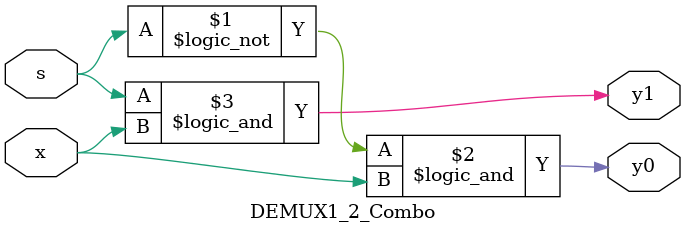
<source format=v>


`timescale 1ns/10ps

module DEMUX1_2_Combo (
    x,
    s,
    y0,
    y1
);
// 1:2 DEMUX written in full combo
// Inputs:
//     x(bool): input feed
//     s(bool): channel select
// Outputs:
//     y0(bool): ouput channel 0
//     y1(bool): ouput channel 1

input x;
input s;
output y0;
wire y0;
output y1;
wire y1;





assign y0 = ((!s) && x);
assign y1 = (s && x);

endmodule

</source>
